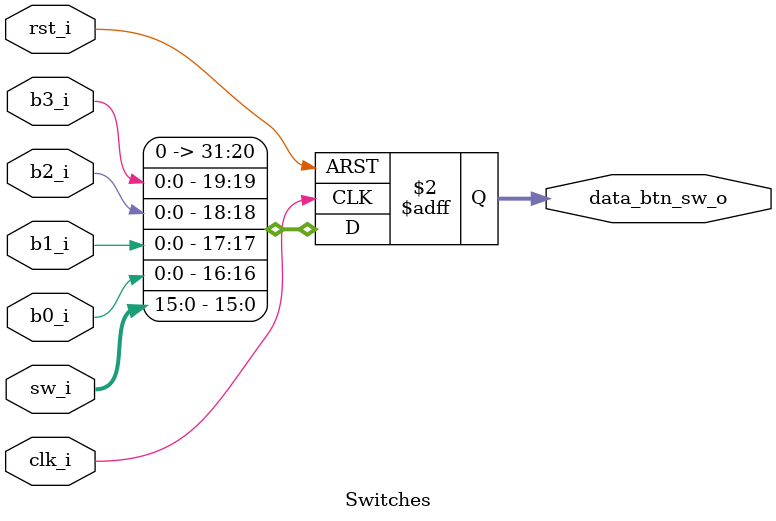
<source format=sv>
`timescale 1ns / 1ps

module Switches(
    input   logic           clk_i,
    input   logic           rst_i,
    
    input   logic   [15:0]  sw_i,
    input   logic           b0_i,
    input   logic           b1_i,
    input   logic           b2_i,
    input   logic           b3_i,
    output  logic   [31:0]  data_btn_sw_o
    );    
    always_ff @(posedge clk_i or posedge rst_i) begin
        if (rst_i)  data_btn_sw_o <= 16'h0000;
        else        data_btn_sw_o <= {12'd0, b3_i, b2_i, b1_i, b0_i, sw_i};
    end
endmodule

</source>
